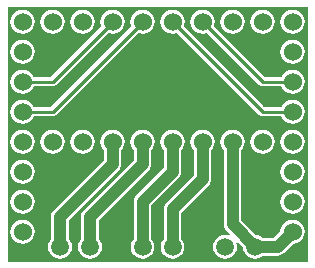
<source format=gtl>
G04 Layer_Physical_Order=1*
G04 Layer_Color=255*
%FSLAX25Y25*%
%MOIN*%
G70*
G01*
G75*
%ADD10C,0.01000*%
%ADD11C,0.03937*%
%ADD12C,0.06000*%
%ADD13C,0.05905*%
G36*
X197500Y102500D02*
X97500D01*
Y187500D01*
X197500D01*
Y102500D01*
D02*
G37*
%LPC*%
G36*
X192500Y136535D02*
X191456Y136397D01*
X190483Y135994D01*
X189647Y135353D01*
X189006Y134517D01*
X188603Y133544D01*
X188465Y132500D01*
X188603Y131456D01*
X189006Y130483D01*
X189647Y129647D01*
X190483Y129006D01*
X191456Y128603D01*
X192500Y128465D01*
X193544Y128603D01*
X194517Y129006D01*
X195353Y129647D01*
X195994Y130483D01*
X196397Y131456D01*
X196535Y132500D01*
X196397Y133544D01*
X195994Y134517D01*
X195353Y135353D01*
X194517Y135994D01*
X193544Y136397D01*
X192500Y136535D01*
D02*
G37*
G36*
X102500D02*
X101456Y136397D01*
X100483Y135994D01*
X99647Y135353D01*
X99006Y134517D01*
X98603Y133544D01*
X98466Y132500D01*
X98603Y131456D01*
X99006Y130483D01*
X99647Y129647D01*
X100483Y129006D01*
X101456Y128603D01*
X102500Y128465D01*
X103544Y128603D01*
X104517Y129006D01*
X105353Y129647D01*
X105994Y130483D01*
X106397Y131456D01*
X106535Y132500D01*
X106397Y133544D01*
X105994Y134517D01*
X105353Y135353D01*
X104517Y135994D01*
X103544Y136397D01*
X102500Y136535D01*
D02*
G37*
G36*
X192500Y126534D02*
X191456Y126397D01*
X190483Y125994D01*
X189647Y125353D01*
X189006Y124517D01*
X188603Y123544D01*
X188465Y122500D01*
X188603Y121456D01*
X189006Y120483D01*
X189647Y119647D01*
X190483Y119006D01*
X191456Y118603D01*
X192500Y118465D01*
X193544Y118603D01*
X194517Y119006D01*
X195353Y119647D01*
X195994Y120483D01*
X196397Y121456D01*
X196535Y122500D01*
X196397Y123544D01*
X195994Y124517D01*
X195353Y125353D01*
X194517Y125994D01*
X193544Y126397D01*
X192500Y126534D01*
D02*
G37*
G36*
X122500Y146535D02*
X121456Y146397D01*
X120483Y145994D01*
X119647Y145353D01*
X119006Y144517D01*
X118603Y143544D01*
X118465Y142500D01*
X118603Y141456D01*
X119006Y140483D01*
X119647Y139647D01*
X120483Y139006D01*
X121456Y138603D01*
X122500Y138465D01*
X123544Y138603D01*
X124517Y139006D01*
X125353Y139647D01*
X125994Y140483D01*
X126397Y141456D01*
X126534Y142500D01*
X126397Y143544D01*
X125994Y144517D01*
X125353Y145353D01*
X124517Y145994D01*
X123544Y146397D01*
X122500Y146535D01*
D02*
G37*
G36*
X112500D02*
X111456Y146397D01*
X110483Y145994D01*
X109647Y145353D01*
X109006Y144517D01*
X108603Y143544D01*
X108466Y142500D01*
X108603Y141456D01*
X109006Y140483D01*
X109647Y139647D01*
X110483Y139006D01*
X111456Y138603D01*
X112500Y138465D01*
X113544Y138603D01*
X114517Y139006D01*
X115353Y139647D01*
X115994Y140483D01*
X116397Y141456D01*
X116534Y142500D01*
X116397Y143544D01*
X115994Y144517D01*
X115353Y145353D01*
X114517Y145994D01*
X113544Y146397D01*
X112500Y146535D01*
D02*
G37*
G36*
X102500D02*
X101456Y146397D01*
X100483Y145994D01*
X99647Y145353D01*
X99006Y144517D01*
X98603Y143544D01*
X98466Y142500D01*
X98603Y141456D01*
X99006Y140483D01*
X99647Y139647D01*
X100483Y139006D01*
X101456Y138603D01*
X102500Y138465D01*
X103544Y138603D01*
X104517Y139006D01*
X105353Y139647D01*
X105994Y140483D01*
X106397Y141456D01*
X106535Y142500D01*
X106397Y143544D01*
X105994Y144517D01*
X105353Y145353D01*
X104517Y145994D01*
X103544Y146397D01*
X102500Y146535D01*
D02*
G37*
G36*
Y126534D02*
X101456Y126397D01*
X100483Y125994D01*
X99647Y125353D01*
X99006Y124517D01*
X98603Y123544D01*
X98466Y122500D01*
X98603Y121456D01*
X99006Y120483D01*
X99647Y119647D01*
X100483Y119006D01*
X101456Y118603D01*
X102500Y118465D01*
X103544Y118603D01*
X104517Y119006D01*
X105353Y119647D01*
X105994Y120483D01*
X106397Y121456D01*
X106535Y122500D01*
X106397Y123544D01*
X105994Y124517D01*
X105353Y125353D01*
X104517Y125994D01*
X103544Y126397D01*
X102500Y126534D01*
D02*
G37*
G36*
X152500Y146535D02*
X151456Y146397D01*
X150483Y145994D01*
X149647Y145353D01*
X149006Y144517D01*
X148603Y143544D01*
X148466Y142500D01*
X148603Y141456D01*
X149006Y140483D01*
X149506Y139831D01*
Y133740D01*
X140383Y124617D01*
X139907Y123997D01*
X139608Y123275D01*
X139506Y122500D01*
Y110091D01*
X139047Y109493D01*
X138649Y108532D01*
X138513Y107500D01*
X138649Y106468D01*
X139047Y105507D01*
X139681Y104681D01*
X140507Y104047D01*
X141468Y103649D01*
X142500Y103513D01*
X143532Y103649D01*
X144493Y104047D01*
X145319Y104681D01*
X145953Y105507D01*
X146351Y106468D01*
X146487Y107500D01*
X146351Y108532D01*
X145953Y109493D01*
X145494Y110091D01*
Y121260D01*
X154617Y130383D01*
X155093Y131003D01*
X155392Y131725D01*
X155494Y132500D01*
Y139831D01*
X155994Y140483D01*
X156397Y141456D01*
X156535Y142500D01*
X156397Y143544D01*
X155994Y144517D01*
X155353Y145353D01*
X154517Y145994D01*
X153544Y146397D01*
X152500Y146535D01*
D02*
G37*
G36*
X142500D02*
X141456Y146397D01*
X140483Y145994D01*
X139647Y145353D01*
X139006Y144517D01*
X138603Y143544D01*
X138465Y142500D01*
X138603Y141456D01*
X139006Y140483D01*
X139506Y139831D01*
Y136240D01*
X122883Y119617D01*
X122407Y118997D01*
X122108Y118275D01*
X122006Y117500D01*
Y110091D01*
X121547Y109493D01*
X121149Y108532D01*
X121013Y107500D01*
X121149Y106468D01*
X121547Y105507D01*
X122181Y104681D01*
X123007Y104047D01*
X123968Y103649D01*
X125000Y103513D01*
X126032Y103649D01*
X126993Y104047D01*
X127819Y104681D01*
X128453Y105507D01*
X128851Y106468D01*
X128987Y107500D01*
X128851Y108532D01*
X128453Y109493D01*
X127994Y110091D01*
Y116260D01*
X144617Y132883D01*
X145093Y133503D01*
X145392Y134225D01*
X145494Y135000D01*
Y139831D01*
X145994Y140483D01*
X146397Y141456D01*
X146535Y142500D01*
X146397Y143544D01*
X145994Y144517D01*
X145353Y145353D01*
X144517Y145994D01*
X143544Y146397D01*
X142500Y146535D01*
D02*
G37*
G36*
X132500D02*
X131456Y146397D01*
X130483Y145994D01*
X129647Y145353D01*
X129006Y144517D01*
X128603Y143544D01*
X128465Y142500D01*
X128603Y141456D01*
X129006Y140483D01*
X129506Y139831D01*
Y136240D01*
X112883Y119617D01*
X112407Y118997D01*
X112108Y118275D01*
X112006Y117500D01*
Y110091D01*
X111547Y109493D01*
X111149Y108532D01*
X111013Y107500D01*
X111149Y106468D01*
X111547Y105507D01*
X112181Y104681D01*
X113007Y104047D01*
X113968Y103649D01*
X115000Y103513D01*
X116032Y103649D01*
X116993Y104047D01*
X117819Y104681D01*
X118453Y105507D01*
X118851Y106468D01*
X118987Y107500D01*
X118851Y108532D01*
X118453Y109493D01*
X117994Y110091D01*
Y116260D01*
X134617Y132883D01*
X135093Y133503D01*
X135392Y134225D01*
X135494Y135000D01*
Y139831D01*
X135994Y140483D01*
X136397Y141456D01*
X136535Y142500D01*
X136397Y143544D01*
X135994Y144517D01*
X135353Y145353D01*
X134517Y145994D01*
X133544Y146397D01*
X132500Y146535D01*
D02*
G37*
G36*
X172500D02*
X171456Y146397D01*
X170483Y145994D01*
X169647Y145353D01*
X169006Y144517D01*
X168603Y143544D01*
X168465Y142500D01*
X168603Y141456D01*
X169006Y140483D01*
X169506Y139831D01*
Y115000D01*
X169608Y114225D01*
X169907Y113503D01*
X170383Y112883D01*
X171615Y111651D01*
X171332Y111227D01*
X171032Y111351D01*
X170000Y111487D01*
X168968Y111351D01*
X168007Y110953D01*
X167181Y110319D01*
X166547Y109493D01*
X166149Y108532D01*
X166013Y107500D01*
X166149Y106468D01*
X166547Y105507D01*
X167181Y104681D01*
X168007Y104047D01*
X168968Y103649D01*
X170000Y103513D01*
X171032Y103649D01*
X171993Y104047D01*
X172819Y104681D01*
X173453Y105507D01*
X173851Y106468D01*
X173987Y107500D01*
X173851Y108532D01*
X173727Y108832D01*
X174151Y109115D01*
X176051Y107215D01*
X176149Y106468D01*
X176547Y105507D01*
X177181Y104681D01*
X178007Y104047D01*
X178968Y103649D01*
X180000Y103513D01*
X181032Y103649D01*
X181993Y104047D01*
X182591Y104506D01*
X187500D01*
X188275Y104608D01*
X188997Y104907D01*
X189617Y105383D01*
X192730Y108496D01*
X193544Y108603D01*
X194517Y109006D01*
X195353Y109647D01*
X195994Y110483D01*
X196397Y111456D01*
X196535Y112500D01*
X196397Y113544D01*
X195994Y114517D01*
X195353Y115353D01*
X194517Y115994D01*
X193544Y116397D01*
X192500Y116534D01*
X191456Y116397D01*
X190483Y115994D01*
X189647Y115353D01*
X189006Y114517D01*
X188603Y113544D01*
X188496Y112730D01*
X186260Y110494D01*
X182591D01*
X181993Y110953D01*
X181032Y111351D01*
X180285Y111449D01*
X175494Y116240D01*
Y139831D01*
X175994Y140483D01*
X176397Y141456D01*
X176534Y142500D01*
X176397Y143544D01*
X175994Y144517D01*
X175353Y145353D01*
X174517Y145994D01*
X173544Y146397D01*
X172500Y146535D01*
D02*
G37*
G36*
X102500Y116534D02*
X101456Y116397D01*
X100483Y115994D01*
X99647Y115353D01*
X99006Y114517D01*
X98603Y113544D01*
X98466Y112500D01*
X98603Y111456D01*
X99006Y110483D01*
X99647Y109647D01*
X100483Y109006D01*
X101456Y108603D01*
X102500Y108466D01*
X103544Y108603D01*
X104517Y109006D01*
X105353Y109647D01*
X105994Y110483D01*
X106397Y111456D01*
X106535Y112500D01*
X106397Y113544D01*
X105994Y114517D01*
X105353Y115353D01*
X104517Y115994D01*
X103544Y116397D01*
X102500Y116534D01*
D02*
G37*
G36*
X162500Y146535D02*
X161456Y146397D01*
X160483Y145994D01*
X159647Y145353D01*
X159006Y144517D01*
X158603Y143544D01*
X158466Y142500D01*
X158603Y141456D01*
X159006Y140483D01*
X159506Y139831D01*
Y131240D01*
X150383Y122117D01*
X149907Y121497D01*
X149608Y120775D01*
X149506Y120000D01*
Y110091D01*
X149047Y109493D01*
X148649Y108532D01*
X148513Y107500D01*
X148649Y106468D01*
X149047Y105507D01*
X149681Y104681D01*
X150507Y104047D01*
X151468Y103649D01*
X152500Y103513D01*
X153532Y103649D01*
X154493Y104047D01*
X155319Y104681D01*
X155953Y105507D01*
X156351Y106468D01*
X156487Y107500D01*
X156351Y108532D01*
X155953Y109493D01*
X155494Y110091D01*
Y118760D01*
X164617Y127883D01*
X165093Y128503D01*
X165392Y129225D01*
X165494Y130000D01*
Y139831D01*
X165994Y140483D01*
X166397Y141456D01*
X166534Y142500D01*
X166397Y143544D01*
X165994Y144517D01*
X165353Y145353D01*
X164517Y145994D01*
X163544Y146397D01*
X162500Y146535D01*
D02*
G37*
G36*
X132500Y186535D02*
X131456Y186397D01*
X130483Y185994D01*
X129647Y185353D01*
X129006Y184517D01*
X128603Y183544D01*
X128465Y182500D01*
X128603Y181456D01*
X128805Y180968D01*
X111866Y164029D01*
X106196D01*
X105994Y164517D01*
X105353Y165353D01*
X104517Y165994D01*
X103544Y166397D01*
X102500Y166534D01*
X101456Y166397D01*
X100483Y165994D01*
X99647Y165353D01*
X99006Y164517D01*
X98603Y163544D01*
X98466Y162500D01*
X98603Y161456D01*
X99006Y160483D01*
X99647Y159647D01*
X100483Y159006D01*
X101456Y158603D01*
X102500Y158466D01*
X103544Y158603D01*
X104517Y159006D01*
X105353Y159647D01*
X105994Y160483D01*
X106196Y160971D01*
X112500D01*
X113085Y161087D01*
X113581Y161419D01*
X130968Y178805D01*
X131456Y178603D01*
X132500Y178465D01*
X133544Y178603D01*
X134517Y179006D01*
X135353Y179647D01*
X135994Y180483D01*
X136397Y181456D01*
X136535Y182500D01*
X136397Y183544D01*
X135994Y184517D01*
X135353Y185353D01*
X134517Y185994D01*
X133544Y186397D01*
X132500Y186535D01*
D02*
G37*
G36*
X122500D02*
X121456Y186397D01*
X120483Y185994D01*
X119647Y185353D01*
X119006Y184517D01*
X118603Y183544D01*
X118465Y182500D01*
X118603Y181456D01*
X119006Y180483D01*
X119647Y179647D01*
X120483Y179006D01*
X121456Y178603D01*
X122500Y178465D01*
X123544Y178603D01*
X124517Y179006D01*
X125353Y179647D01*
X125994Y180483D01*
X126397Y181456D01*
X126534Y182500D01*
X126397Y183544D01*
X125994Y184517D01*
X125353Y185353D01*
X124517Y185994D01*
X123544Y186397D01*
X122500Y186535D01*
D02*
G37*
G36*
X112500D02*
X111456Y186397D01*
X110483Y185994D01*
X109647Y185353D01*
X109006Y184517D01*
X108603Y183544D01*
X108466Y182500D01*
X108603Y181456D01*
X109006Y180483D01*
X109647Y179647D01*
X110483Y179006D01*
X111456Y178603D01*
X112500Y178465D01*
X113544Y178603D01*
X114517Y179006D01*
X115353Y179647D01*
X115994Y180483D01*
X116397Y181456D01*
X116534Y182500D01*
X116397Y183544D01*
X115994Y184517D01*
X115353Y185353D01*
X114517Y185994D01*
X113544Y186397D01*
X112500Y186535D01*
D02*
G37*
G36*
X142500D02*
X141456Y186397D01*
X140483Y185994D01*
X139647Y185353D01*
X139006Y184517D01*
X138603Y183544D01*
X138465Y182500D01*
X138603Y181456D01*
X138805Y180968D01*
X111866Y154029D01*
X106196D01*
X105994Y154517D01*
X105353Y155353D01*
X104517Y155994D01*
X103544Y156397D01*
X102500Y156535D01*
X101456Y156397D01*
X100483Y155994D01*
X99647Y155353D01*
X99006Y154517D01*
X98603Y153544D01*
X98466Y152500D01*
X98603Y151456D01*
X99006Y150483D01*
X99647Y149647D01*
X100483Y149006D01*
X101456Y148603D01*
X102500Y148466D01*
X103544Y148603D01*
X104517Y149006D01*
X105353Y149647D01*
X105994Y150483D01*
X106196Y150971D01*
X112500D01*
X113085Y151087D01*
X113581Y151419D01*
X140968Y178805D01*
X141456Y178603D01*
X142500Y178465D01*
X143544Y178603D01*
X144517Y179006D01*
X145353Y179647D01*
X145994Y180483D01*
X146397Y181456D01*
X146535Y182500D01*
X146397Y183544D01*
X145994Y184517D01*
X145353Y185353D01*
X144517Y185994D01*
X143544Y186397D01*
X142500Y186535D01*
D02*
G37*
G36*
X192500D02*
X191456Y186397D01*
X190483Y185994D01*
X189647Y185353D01*
X189006Y184517D01*
X188603Y183544D01*
X188465Y182500D01*
X188603Y181456D01*
X189006Y180483D01*
X189647Y179647D01*
X190483Y179006D01*
X191456Y178603D01*
X192500Y178465D01*
X193544Y178603D01*
X194517Y179006D01*
X195353Y179647D01*
X195994Y180483D01*
X196397Y181456D01*
X196535Y182500D01*
X196397Y183544D01*
X195994Y184517D01*
X195353Y185353D01*
X194517Y185994D01*
X193544Y186397D01*
X192500Y186535D01*
D02*
G37*
G36*
X182500D02*
X181456Y186397D01*
X180483Y185994D01*
X179647Y185353D01*
X179006Y184517D01*
X178603Y183544D01*
X178465Y182500D01*
X178603Y181456D01*
X179006Y180483D01*
X179647Y179647D01*
X180483Y179006D01*
X181456Y178603D01*
X182500Y178465D01*
X183544Y178603D01*
X184517Y179006D01*
X185353Y179647D01*
X185994Y180483D01*
X186397Y181456D01*
X186535Y182500D01*
X186397Y183544D01*
X185994Y184517D01*
X185353Y185353D01*
X184517Y185994D01*
X183544Y186397D01*
X182500Y186535D01*
D02*
G37*
G36*
X172500D02*
X171456Y186397D01*
X170483Y185994D01*
X169647Y185353D01*
X169006Y184517D01*
X168603Y183544D01*
X168465Y182500D01*
X168603Y181456D01*
X169006Y180483D01*
X169647Y179647D01*
X170483Y179006D01*
X171456Y178603D01*
X172500Y178465D01*
X173544Y178603D01*
X174517Y179006D01*
X175353Y179647D01*
X175994Y180483D01*
X176397Y181456D01*
X176534Y182500D01*
X176397Y183544D01*
X175994Y184517D01*
X175353Y185353D01*
X174517Y185994D01*
X173544Y186397D01*
X172500Y186535D01*
D02*
G37*
G36*
X152500D02*
X151456Y186397D01*
X150483Y185994D01*
X149647Y185353D01*
X149006Y184517D01*
X148603Y183544D01*
X148466Y182500D01*
X148603Y181456D01*
X149006Y180483D01*
X149647Y179647D01*
X150483Y179006D01*
X151456Y178603D01*
X152500Y178465D01*
X153544Y178603D01*
X154032Y178805D01*
X181419Y151419D01*
X181915Y151087D01*
X182500Y150971D01*
X188804D01*
X189006Y150483D01*
X189647Y149647D01*
X190483Y149006D01*
X191456Y148603D01*
X192500Y148466D01*
X193544Y148603D01*
X194517Y149006D01*
X195353Y149647D01*
X195994Y150483D01*
X196397Y151456D01*
X196535Y152500D01*
X196397Y153544D01*
X195994Y154517D01*
X195353Y155353D01*
X194517Y155994D01*
X193544Y156397D01*
X192500Y156535D01*
X191456Y156397D01*
X190483Y155994D01*
X189647Y155353D01*
X189006Y154517D01*
X188804Y154029D01*
X183133D01*
X156195Y180968D01*
X156397Y181456D01*
X156535Y182500D01*
X156397Y183544D01*
X155994Y184517D01*
X155353Y185353D01*
X154517Y185994D01*
X153544Y186397D01*
X152500Y186535D01*
D02*
G37*
G36*
X192500Y146535D02*
X191456Y146397D01*
X190483Y145994D01*
X189647Y145353D01*
X189006Y144517D01*
X188603Y143544D01*
X188465Y142500D01*
X188603Y141456D01*
X189006Y140483D01*
X189647Y139647D01*
X190483Y139006D01*
X191456Y138603D01*
X192500Y138465D01*
X193544Y138603D01*
X194517Y139006D01*
X195353Y139647D01*
X195994Y140483D01*
X196397Y141456D01*
X196535Y142500D01*
X196397Y143544D01*
X195994Y144517D01*
X195353Y145353D01*
X194517Y145994D01*
X193544Y146397D01*
X192500Y146535D01*
D02*
G37*
G36*
X182500D02*
X181456Y146397D01*
X180483Y145994D01*
X179647Y145353D01*
X179006Y144517D01*
X178603Y143544D01*
X178465Y142500D01*
X178603Y141456D01*
X179006Y140483D01*
X179647Y139647D01*
X180483Y139006D01*
X181456Y138603D01*
X182500Y138465D01*
X183544Y138603D01*
X184517Y139006D01*
X185353Y139647D01*
X185994Y140483D01*
X186397Y141456D01*
X186535Y142500D01*
X186397Y143544D01*
X185994Y144517D01*
X185353Y145353D01*
X184517Y145994D01*
X183544Y146397D01*
X182500Y146535D01*
D02*
G37*
G36*
X162500Y186535D02*
X161456Y186397D01*
X160483Y185994D01*
X159647Y185353D01*
X159006Y184517D01*
X158603Y183544D01*
X158466Y182500D01*
X158603Y181456D01*
X159006Y180483D01*
X159647Y179647D01*
X160483Y179006D01*
X161456Y178603D01*
X162500Y178465D01*
X163544Y178603D01*
X164032Y178805D01*
X181419Y161419D01*
X181915Y161087D01*
X182500Y160971D01*
X188804D01*
X189006Y160483D01*
X189647Y159647D01*
X190483Y159006D01*
X191456Y158603D01*
X192500Y158466D01*
X193544Y158603D01*
X194517Y159006D01*
X195353Y159647D01*
X195994Y160483D01*
X196397Y161456D01*
X196535Y162500D01*
X196397Y163544D01*
X195994Y164517D01*
X195353Y165353D01*
X194517Y165994D01*
X193544Y166397D01*
X192500Y166534D01*
X191456Y166397D01*
X190483Y165994D01*
X189647Y165353D01*
X189006Y164517D01*
X188804Y164029D01*
X183133D01*
X166195Y180968D01*
X166397Y181456D01*
X166534Y182500D01*
X166397Y183544D01*
X165994Y184517D01*
X165353Y185353D01*
X164517Y185994D01*
X163544Y186397D01*
X162500Y186535D01*
D02*
G37*
G36*
X102500D02*
X101456Y186397D01*
X100483Y185994D01*
X99647Y185353D01*
X99006Y184517D01*
X98603Y183544D01*
X98466Y182500D01*
X98603Y181456D01*
X99006Y180483D01*
X99647Y179647D01*
X100483Y179006D01*
X101456Y178603D01*
X102500Y178465D01*
X103544Y178603D01*
X104517Y179006D01*
X105353Y179647D01*
X105994Y180483D01*
X106397Y181456D01*
X106535Y182500D01*
X106397Y183544D01*
X105994Y184517D01*
X105353Y185353D01*
X104517Y185994D01*
X103544Y186397D01*
X102500Y186535D01*
D02*
G37*
G36*
X192500Y176534D02*
X191456Y176397D01*
X190483Y175994D01*
X189647Y175353D01*
X189006Y174517D01*
X188603Y173544D01*
X188465Y172500D01*
X188603Y171456D01*
X189006Y170483D01*
X189647Y169647D01*
X190483Y169006D01*
X191456Y168603D01*
X192500Y168465D01*
X193544Y168603D01*
X194517Y169006D01*
X195353Y169647D01*
X195994Y170483D01*
X196397Y171456D01*
X196535Y172500D01*
X196397Y173544D01*
X195994Y174517D01*
X195353Y175353D01*
X194517Y175994D01*
X193544Y176397D01*
X192500Y176534D01*
D02*
G37*
G36*
X102500D02*
X101456Y176397D01*
X100483Y175994D01*
X99647Y175353D01*
X99006Y174517D01*
X98603Y173544D01*
X98466Y172500D01*
X98603Y171456D01*
X99006Y170483D01*
X99647Y169647D01*
X100483Y169006D01*
X101456Y168603D01*
X102500Y168465D01*
X103544Y168603D01*
X104517Y169006D01*
X105353Y169647D01*
X105994Y170483D01*
X106397Y171456D01*
X106535Y172500D01*
X106397Y173544D01*
X105994Y174517D01*
X105353Y175353D01*
X104517Y175994D01*
X103544Y176397D01*
X102500Y176534D01*
D02*
G37*
%LPD*%
D10*
Y162500D02*
X112500D01*
X132500Y182500D01*
X102500Y152500D02*
X112500D01*
X142500Y182500D01*
X182500Y162500D02*
X192500D01*
X162500Y182500D02*
X182500Y162500D01*
Y152500D02*
X192500D01*
X152500Y182500D02*
X182500Y152500D01*
D11*
X132500Y135000D02*
Y142500D01*
X115000Y117500D02*
X132500Y135000D01*
X115000Y107500D02*
Y117500D01*
X125000Y107500D02*
Y117500D01*
X152500Y132500D02*
Y142500D01*
X142500Y122500D02*
X152500Y132500D01*
X142500Y107500D02*
Y122500D01*
X162500Y130000D02*
Y142500D01*
X152500Y120000D02*
X162500Y130000D01*
X152500Y107500D02*
Y120000D01*
X142500Y135000D02*
Y142500D01*
X125000Y117500D02*
X142500Y135000D01*
X187500Y107500D02*
X192500Y112500D01*
X180000Y107500D02*
X187500D01*
X172500Y115000D02*
Y142500D01*
Y115000D02*
X180000Y107500D01*
D12*
X192500Y182500D02*
D03*
Y172500D02*
D03*
Y162500D02*
D03*
Y152500D02*
D03*
Y142500D02*
D03*
Y132500D02*
D03*
Y122500D02*
D03*
Y112500D02*
D03*
X102500Y182500D02*
D03*
Y172500D02*
D03*
Y162500D02*
D03*
Y152500D02*
D03*
Y142500D02*
D03*
Y132500D02*
D03*
Y122500D02*
D03*
Y112500D02*
D03*
X122500Y142500D02*
D03*
X132500D02*
D03*
X142500D02*
D03*
X152500D02*
D03*
X162500D02*
D03*
X172500D02*
D03*
X182500D02*
D03*
X122500Y182500D02*
D03*
X132500D02*
D03*
X142500D02*
D03*
X182500D02*
D03*
X172500D02*
D03*
X162500D02*
D03*
X152500D02*
D03*
X112500D02*
D03*
Y142500D02*
D03*
D13*
X125000Y107500D02*
D03*
X115000D02*
D03*
X142500D02*
D03*
X152500D02*
D03*
X180000D02*
D03*
X170000D02*
D03*
M02*

</source>
